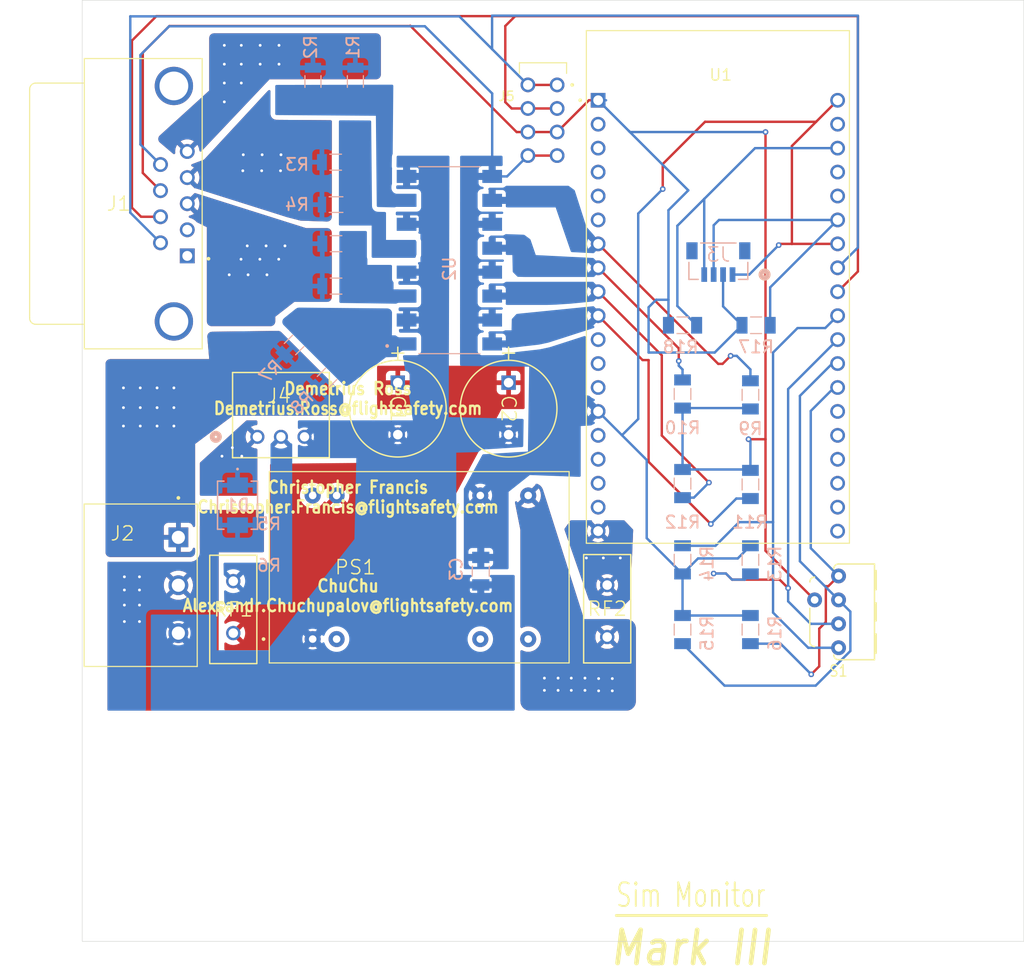
<source format=kicad_pcb>
(kicad_pcb (version 20241229) (generator "pcbnew") (generator_version "9.0")
  (layers (0 "F.Cu" signal) (2 "B.Cu" signal) (13 "F.Paste" user) (15 "B.Paste" user) (5 "F.SilkS" user "F.Silkscreen") (7 "B.SilkS" user "B.Silkscreen") (1 "F.Mask" user) (3 "B.Mask" user) (25 "Edge.Cuts" user))
  (net 0 "")
  (net 1 "-Vin")
  (net 4 "spare")
  (net 5 "ramp_down")
  (net 7 "ramp_up")
  (net 9 "sim_home")
  (net 14 "spare_opto")
  (net 15 "+3.3V")
  (net 16 "GPIO_25")
  (net 17 "GPIO_26")
  (net 18 "GPIO_16")
  (net 19 "ESP_GND2")
  (net 20 "GPIO_17")
  (net 21 "GPIO_4")
  (net 22 "/+VIN")
  (net 36 "GPIO_21")
  (net 41 "GPIO_22")
  (net 44 "+24V")
  (net 46 "GPIO_32")
  (net 47 "GPIO_33")
  (net 48 "GPIO_5")
  (net 49 "ramp_up_opto")
  (net 50 "/ramp_down_opto")
  (net 51 "/sim_home_opto")
  (net 52 "+VIN-dc")
  (net 53 "/+VOUT")
  (net 54 "+VOUT-esp")
  (net 55 "/+24V-Sim")
  (net 56 "GPIO_19")
  (net 57 "GPIO_18")
  (footprint "footprints:DRR3010" (layer "F.Cu") (at 178.8 86.52915 90)
    (property "Reference" "S1")
    (property "Value" "DRR3016")
  )
  (footprint "footprints:MODULE_ESP32-DEVKITC-32D" (layer "F.Cu") (at 166 51.99915)
    (property "Reference" "U1")
    (property "Value" "ESP32-DEVKITC-32D")
  )
  (footprint "footprints:CONN_S3B-EH_JST" (layer "F.Cu") (at 117.1549 67.9551)
    (property "Reference" "J4")
    (property "Value" "S3B-EH")
  )
  (footprint "footprints:ASSMANN_A-DF_09_A_KG-T4S" (layer "F.Cu") (at 109.72 48.755 -90)
    (property "Reference" "J1")
    (property "Value" "A-DF_09_A_KG-T4S")
  )
  (footprint "footprints:PTC_RESET_FUSE" (layer "F.Cu") (at 154.26 89.19915 90)
    (property "Reference" "RF2")
    (property "Value" "~" (hide yes))
  )
  (footprint "footprints:PHOENIX_1770979" (layer "F.Cu") (at 144.95 28.26 -90)
    (property "Reference" "J5")
    (property "Value" "1770979")
  )
  (footprint "footprints:PTC_RESET_FUSE" (layer "F.Cu") (at 114.6 83.2717 -90)
    (property "Reference" "RF1")
    (property "Value" "~" (hide yes))
  )
  (footprint "footprints:PCAP_10x12_5-THRU-ELECT_NCA" (layer "F.Cu") (at 143.8 62.21 -90)
    (property "Reference" "C2")
    (property "Value" "UHE2A470MPD")
  )
  (footprint "footprints:PHOENIX_1757255" (layer "F.Cu") (at 98.775 75.085 -90)
    (property "Reference" "J2")
    (property "Value" "jst-power")
  )
  (footprint "footprints:PCAP_10x12_5-THRU-ELECT_NCA" (layer "F.Cu") (at 132.05 62.21 -90)
    (property "Reference" "C1")
    (property "Value" "UHE2A470MPD")
  )
  (footprint "footprints:CONV_REC5A-2405SW_H2" (layer "F.Cu") (at 134.32 81.79915)
    (property "Reference" "PS1")
    (property "Value" "REC5A-2405SW_H2")
  )
  (footprint "footprints:CONN_BM04B-SRSS-TB_SPK" (layer "B.Cu") (at 166.05 49.316 180)
    (property "Reference" "J3")
    (property "Value" "JST -SM")
  )
  (footprint "footprints:RESC3216X75N" (layer "B.Cu") (at 162.25 56.116)
    (property "Reference" "R18")
    (property "Value" "CR1206-FX-1002ELF")
  )
  (footprint "footprints:RESC3216X75N" (layer "B.Cu") (at 169.45 73.01 90)
    (property "Reference" "R11")
    (property "Value" "CR1206-FX-1002ELF")
  )
  (footprint "footprints:RESC3216X75N" (layer "B.Cu") (at 169.45 81.01 90)
    (property "Reference" "R13")
    (property "Value" "CR1206-FX-1002ELF")
  )
  (footprint "footprints:RESC3115X65N" (layer "B.Cu") (at 125.5 51.96)
    (property "Reference" "R6" (hide yes))
    (property "Value" "CRGH1206J4K7")
  )
  (footprint "footprints:RESC3115X65N" (layer "B.Cu") (at 124.55 61.71 45)
    (property "Reference" "R8")
    (property "Value" "CRGH1206J4K7")
  )
  (footprint "footprints:DO214AASMB_CIP-L" (layer "B.Cu") (at 115.05 75.21 -90)
    (property "Reference" "D1")
    (property "Value" "SS34B-HF")
  )
  (footprint "footprints:RESC3115X65N" (layer "B.Cu") (at 127.55 30.25 -90)
    (property "Reference" "R1")
    (property "Value" "CRGH1206J4K7")
  )
  (footprint "footprints:RESC3115X65N" (layer "B.Cu") (at 125.5 47.46)
    (property "Reference" "R5" (hide yes))
    (property "Value" "CRGH1206J4K7")
  )
  (footprint "footprints:RESC3015X65N" (layer "B.Cu") (at 125.5 43.31)
    (property "Reference" "R4")
    (property "Value" "CRGH1206J4K7")
  )
  (footprint "footprints:RESC3115X65N" (layer "B.Cu") (at 125.46 38.81)
    (property "Reference" "R3")
    (property "Value" "CRGH1206J4K7")
  )
  (footprint "footprints:RESC3216X75N" (layer "B.Cu") (at 170.05 56.116)
    (property "Reference" "R17")
    (property "Value" "CR1206-FX-1002ELF")
  )
  (footprint "footprints:RESC3216X75N" (layer "B.Cu") (at 162.25 63.41 -90)
    (property "Reference" "R10")
    (property "Value" "CR1206-FX-1002ELF")
  )
  (footprint "footprints:SOIC254P1016X460-16N" (layer "B.Cu") (at 137.52 49.21)
    (property "Reference" "U2")
    (property "Value" "LTV-846S")
  )
  (footprint "footprints:RESC3216X75N" (layer "B.Cu") (at 169.45 63.504 -90)
    (property "Reference" "R9")
    (property "Value" "CR1206-FX-1002ELF")
  )
  (footprint "footprints:RESC3216X75N" (layer "B.Cu") (at 162.25 72.916 90)
    (property "Reference" "R12")
    (property "Value" "CR1206-FX-1002ELF")
  )
  (footprint "footprints:RESC3216X75N" (layer "B.Cu") (at 162.25 81.01 -90)
    (property "Reference" "R14")
    (property "Value" "CR1206-FX-1002ELF")
  )
  (footprint "footprints:RESC3216X75N" (layer "B.Cu") (at 169.45 88.41 90)
    (property "Reference" "R16")
    (property "Value" "CR1206-FX-1002ELF")
  )
  (footprint "footprints:RESC3115X65N" (layer "B.Cu") (at 123.05 30.25 -90)
    (property "Reference" "R2")
    (property "Value" "CRGH1206J4K7")
  )
  (footprint "footprints:RESC3216X75N" (layer "B.Cu") (at 162.25 88.41 90)
    (property "Reference" "R15")
    (property "Value" "CR1206-FX-1002ELF")
  )
  (footprint "footprints:CAPC3216X180N" (layer "B.Cu") (at 140.85 82.21 -90)
    (property "Reference" "C3")
    (property "Value" "1000pf/3kV")
  )
  (footprint "footprints:RESC3115X65N" (layer "B.Cu") (at 121.05 58.21 45)
    (property "Reference" "R7")
    (property "Value" "CRGH1206J4K7")
  )
  (gr_line (start 155.225 118.75) (end 171.175 118.75) (stroke (width 0.3)) (layer "F.SilkS"))
  (gr_rect (start 98.575 21.62415) (end 198.45 121.5) (stroke (width 0.05)) (fill no) (layer "Edge.Cuts"))
  (gr_text "Mark III" (at 154.34 124.24 0) (layer "F.SilkS") (effects (font (size 3.5 3) (thickness 0.5) (bold yes) (italic yes)) (justify left bottom)))
  (gr_text "Demetrius Ross\nDemetrius.Ross@flightsafety.com\n\n\n\nChristopher Francis\nChristopher.Francis@flightsafety.com\n\n\n\nChuChu\nAlexsandr.Chuchupalov@flightsafety.com" (at 126.76931 74.356228 0) (layer "F.SilkS") (effects (font (size 1.3 1.15) (thickness 0.25) (bold yes))))
  (gr_text "Sim Monitor" (at 163.125 118.05 0) (layer "F.SilkS") (effects (font (size 2.5 1.75) (thickness 0.2)) (justify bottom)))
  (gr_text "R5\n" (at 118.4 77.2 0) (layer "B.SilkS") (effects (font (size 1.3 1.3) (thickness 0.2)) (justify mirror)))
  (gr_text "R6\n" (at 118.4 81.6 0) (layer "B.SilkS") (effects (font (size 1.3 1.3) (thickness 0.2)) (justify mirror)))
  (via (at 113.65 28.41) (size 0.6) (drill 0.3) (layers "F.Cu" "B.Cu") (net 4))
  (via (at 113.65 30.41) (size 0.6) (drill 0.3) (layers "F.Cu" "B.Cu") (net 4))
  (via (at 119.45 26.41) (size 0.6) (drill 0.3) (layers "F.Cu" "B.Cu") (net 4))
  (via (at 113.65 26.41) (size 0.6) (drill 0.3) (layers "F.Cu" "B.Cu") (net 4))
  (via (at 117.45 28.41) (size 0.6) (drill 0.3) (layers "F.Cu" "B.Cu") (net 4))
  (via (at 113.65 32.41) (size 0.6) (drill 0.3) (layers "F.Cu" "B.Cu") (net 4))
  (via (at 119.45 28.41) (size 0.6) (drill 0.3) (layers "F.Cu" "B.Cu") (net 4))
  (via (at 117.45 26.41) (size 0.6) (drill 0.3) (layers "F.Cu" "B.Cu") (net 4))
  (via (at 115.45 30.41) (size 0.6) (drill 0.3) (layers "F.Cu" "B.Cu") (net 4))
  (via (at 115.45 28.41) (size 0.6) (drill 0.3) (layers "F.Cu" "B.Cu") (net 4))
  (via (at 115.45 26.41) (size 0.6) (drill 0.3) (layers "F.Cu" "B.Cu") (net 4))
  (via (at 119.42 49.11) (size 0.6) (drill 0.3) (layers "F.Cu" "B.Cu") (net 5))
  (via (at 120.08 47.69) (size 0.6) (drill 0.3) (layers "F.Cu" "B.Cu") (net 5))
  (via (at 115.42 49.11) (size 0.6) (drill 0.3) (layers "F.Cu" "B.Cu") (net 5))
  (via (at 118.08 47.69) (size 0.6) (drill 0.3) (layers "F.Cu" "B.Cu") (net 5))
  (via (at 116.17 50.76) (size 0.6) (drill 0.3) (layers "F.Cu" "B.Cu") (net 5))
  (via (at 117.42 49.11) (size 0.6) (drill 0.3) (layers "F.Cu" "B.Cu") (net 5))
  (via (at 116.08 47.69) (size 0.6) (drill 0.3) (layers "F.Cu" "B.Cu") (net 5))
  (via (at 118.17 50.76) (size 0.6) (drill 0.3) (layers "F.Cu" "B.Cu") (net 5))
  (via (at 114.17 50.76) (size 0.6) (drill 0.3) (layers "F.Cu" "B.Cu") (net 5))
  (via (at 119.61 39.72) (size 0.6) (drill 0.3) (layers "F.Cu" "B.Cu") (net 7))
  (via (at 119.66 38.02) (size 0.6) (drill 0.3) (layers "F.Cu" "B.Cu") (net 7))
  (via (at 117.61 39.72) (size 0.6) (drill 0.3) (layers "F.Cu" "B.Cu") (net 7))
  (via (at 115.61 39.72) (size 0.6) (drill 0.3) (layers "F.Cu" "B.Cu") (net 7))
  (via (at 115.66 38.02) (size 0.6) (drill 0.3) (layers "F.Cu" "B.Cu") (net 7))
  (via (at 117.66 38.02) (size 0.6) (drill 0.3) (layers "F.Cu" "B.Cu") (net 7))
  (via (at 102.95 64.86) (size 0.6) (drill 0.3) (layers "F.Cu" "B.Cu") (net 9))
  (via (at 102.95 66.81) (size 0.6) (drill 0.3) (layers "F.Cu" "B.Cu") (net 9))
  (via (at 108.3 66.81) (size 0.6) (drill 0.3) (layers "F.Cu" "B.Cu") (net 9))
  (via (at 104.733333 64.86) (size 0.6) (drill 0.3) (layers "F.Cu" "B.Cu") (net 9))
  (via (at 104.733333 66.81) (size 0.6) (drill 0.3) (layers "F.Cu" "B.Cu") (net 9))
  (via (at 108.3 62.76) (size 0.6) (drill 0.3) (layers "F.Cu" "B.Cu") (net 9))
  (via (at 104.733333 62.76) (size 0.6) (drill 0.3) (layers "F.Cu" "B.Cu") (net 9))
  (via (at 108.3 64.86) (size 0.6) (drill 0.3) (layers "F.Cu" "B.Cu") (net 9))
  (via (at 106.516667 66.81) (size 0.6) (drill 0.3) (layers "F.Cu" "B.Cu") (net 9))
  (via (at 106.516667 62.76) (size 0.6) (drill 0.3) (layers "F.Cu" "B.Cu") (net 9))
  (via (at 102.95 62.76) (size 0.6) (drill 0.3) (layers "F.Cu" "B.Cu") (net 9))
  (via (at 106.516667 64.86) (size 0.6) (drill 0.3) (layers "F.Cu" "B.Cu") (net 9))
  (segment (start 145.85 35.61) (end 148.95 35.61) (width 0.254) (layer "F.Cu") (net 15))
  (segment (start 144.65 35.61) (end 133.375 24.335) (width 0.254) (layer "F.Cu") (net 15))
  (segment (start 105 27.185) (end 105 39.95) (width 0.254) (layer "F.Cu") (net 15))
  (segment (start 145.85 35.61) (end 144.65 35.61) (width 0.254) (layer "F.Cu") (net 15))
  (segment (start 153.3 32.23915) (end 152.32085 32.23915) (width 0.254) (layer "F.Cu") (net 15))
  (segment (start 133.35 24.36) (end 107.825 24.36) (width 0.254) (layer "F.Cu") (net 15))
  (segment (start 133.375 24.335) (end 133.35 24.36) (width 0.254) (layer "F.Cu") (net 15))
  (segment (start 171.05 80.04915) (end 171.05 68.21) (width 0.254) (layer "F.Cu") (net 15))
  (segment (start 176.26 85.25915) (end 171.05 80.04915) (width 0.254) (layer "F.Cu") (net 15))
  (segment (start 171.05 68.21) (end 169.25 68.21) (width 0.254) (layer "F.Cu") (net 15))
  (segment (start 105 39.95) (end 106.88 41.83) (width 0.254) (layer "F.Cu") (net 15))
  (segment (start 152.32085 32.23915) (end 148.95 35.61) (width 0.254) (layer "F.Cu") (net 15))
  (segment (start 171.05 68.21) (end 171.05 35.61) (width 0.254) (layer "F.Cu") (net 15))
  (segment (start 107.825 24.36) (end 105 27.185) (width 0.254) (layer "F.Cu") (net 15))
  (via (at 169.25 68.21) (size 0.6) (drill 0.3) (layers "F.Cu" "B.Cu") (net 15))
  (via (at 171.05 35.61) (size 0.6) (drill 0.3) (layers "F.Cu" "B.Cu") (net 15))
  (segment (start 169.45 68.41) (end 169.45 71.516) (width 0.254) (layer "B.Cu") (net 15))
  (segment (start 154.140301 32.23915) (end 153.3 32.23915) (width 0.254) (layer "B.Cu") (net 15))
  (segment (start 160.756 43.904) (end 160.756 53.41) (width 0.254) (layer "B.Cu") (net 15))
  (segment (start 160.756 53.41) (end 159.45 53.41) (width 0.254) (layer "B.Cu") (net 15))
  (segment (start 165.662 59.01) (end 158.65 59.01) (width 0.254) (layer "B.Cu") (net 15))
  (segment (start 169.356 71.422) (end 169.45 71.516) (width 0.254) (layer "B.Cu") (net 15))
  (segment (start 158.65 54.21) (end 158.65 59.01) (width 0.254) (layer "B.Cu") (net 15))
  (segment (start 159.45 53.41) (end 158.65 54.21) (width 0.254) (layer "B.Cu") (net 15))
  (segment (start 168.556 56.116) (end 165.662 59.01) (width 0.254) (layer "B.Cu") (net 15))
  (segment (start 156.560425 35.499575) (end 153.3 32.23915) (width 0.254) (layer "B.Cu") (net 15))
  (segment (start 162.860425 41.799575) (end 156.560425 35.499575) (width 0.254) (layer "B.Cu") (net 15))
  (segment (start 169.356 64.904) (end 169.45 64.998) (width 0.254) (layer "B.Cu") (net 15))
  (segment (start 162.25 71.422) (end 169.356 71.422) (width 0.254) (layer "B.Cu") (net 15))
  (segment (start 171.05 35.61) (end 156.67085 35.61) (width 0.254) (layer "B.Cu") (net 15))
  (segment (start 162.25 64.904) (end 169.356 64.904) (width 0.254) (layer "B.Cu") (net 15))
  (segment (start 162.25 64.904) (end 162.25 71.422) (width 0.254) (layer "B.Cu") (net 15))
  (segment (start 169.25 68.21) (end 169.45 68.41) (width 0.254) (layer "B.Cu") (net 15))
  (segment (start 168.556 56.116) (end 166.549999 54.109999) (width 0.254) (layer "B.Cu") (net 15))
  (segment (start 156.67085 35.61) (end 156.560425 35.499575) (width 0.254) (layer "B.Cu") (net 15))
  (segment (start 166.549999 54.109999) (end 166.549999 50.7376) (width 0.254) (layer "B.Cu") (net 15))
  (segment (start 160.756 53.41) (end 160.756 56.116) (width 0.254) (layer "B.Cu") (net 15))
  (segment (start 162.860425 41.799575) (end 160.756 43.904) (width 0.254) (layer "B.Cu") (net 15))
  (segment (start 165.05 72.81) (end 160.05 67.81) (width 0.254) (layer "F.Cu") (net 16))
  (segment (start 160.05 59.30915) (end 153.3 52.55915) (width 0.254) (layer "F.Cu") (net 16))
  (segment (start 160.05 67.81) (end 160.05 59.30915) (width 0.254) (layer "F.Cu") (net 16))
  (via (at 165.05 72.81) (size 0.6) (drill 0.3) (layers "F.Cu" "B.Cu") (net 16))
  (segment (start 163.45 74.41) (end 165.05 72.81) (width 0.254) (layer "B.Cu") (net 16))
  (segment (start 162.25 74.41) (end 163.45 74.41) (width 0.254) (layer "B.Cu") (net 16))
  (segment (start 158.01085 59.81) (end 153.3 55.09915) (width 0.254) (layer "F.Cu") (net 17))
  (segment (start 158.65 70.61) (end 158.65 59.81) (width 0.254) (layer "F.Cu") (net 17))
  (segment (start 165.25 77.21) (end 158.65 70.61) (width 0.254) (layer "F.Cu") (net 17))
  (segment (start 158.65 59.81) (end 158.01085 59.81) (width 0.254) (layer "F.Cu") (net 17))
  (via (at 165.25 77.21) (size 0.6) (drill 0.3) (layers "F.Cu" "B.Cu") (net 17))
  (segment (start 167.956 74.504) (end 165.25 77.21) (width 0.254) (layer "B.Cu") (net 17))
  (segment (start 169.45 74.504) (end 167.956 74.504) (width 0.254) (layer "B.Cu") (net 17))
  (segment (start 162.25 89.904) (end 166.706 94.36) (width 0.254) (layer "B.Cu") (net 18))
  (segment (start 178.13085 60.17915) (end 178.7 60.17915) (width 0.254) (layer "B.Cu") (net 18))
  (segment (start 174.7 63.61) (end 178.13085 60.17915) (width 0.254) (layer "B.Cu") (net 18))
  (segment (start 174.7 81.15915) (end 174.7 63.61) (width 0.254) (layer "B.Cu") (net 18))
  (segment (start 178.8 85.25915) (end 174.7 81.15915) (width 0.254) (layer "B.Cu") (net 18))
  (segment (start 180.05 86.50915) (end 178.8 85.25915) (width 0.254) (layer "B.Cu") (net 18))
  (segment (start 166.706 94.36) (end 176.372 94.36) (width 0.254) (layer "B.Cu") (net 18))
  (segment (start 176.372 94.36) (end 180.05 90.682) (width 0.254) (layer "B.Cu") (net 18))
  (segment (start 180.05 90.682) (end 180.05 86.50915) (width 0.254) (layer "B.Cu") (net 18))
  (segment (start 160.15 39.01) (end 164.635425 34.524575) (width 0.254) (layer "F.Cu") (net 19))
  (segment (start 160.15 41.66) (end 160.15 39.01) (width 0.254) (layer "F.Cu") (net 19))
  (segment (start 172.58085 47.47915) (end 173.85 47.47915) (width 0.254) (layer "F.Cu") (net 19))
  (segment (start 176.414575 34.524575) (end 178.7 32.23915) (width 0.254) (layer "F.Cu") (net 19))
  (segment (start 164.635425 34.524575) (end 176.414575 34.524575) (width 0.254) (layer "F.Cu") (net 19))
  (segment (start 172.45 47.61) (end 172.58085 47.47915) (width 0.254) (layer "F.Cu") (net 19))
  (segment (start 173.85 47.47915) (end 173.85 37.08915) (width 0.254) (layer "F.Cu") (net 19))
  (segment (start 145.85 38.11) (end 148.95 38.11) (width 0.254) (layer "F.Cu") (net 19))
  (segment (start 173.85 37.08915) (end 176.414575 34.524575) (width 0.254) (layer "F.Cu") (net 19))
  (segment (start 173.85 47.47915) (end 178.7 47.47915) (width 0.254) (layer "F.Cu") (net 19))
  (via (at 172.45 47.61) (size 0.6) (drill 0.3) (layers "F.Cu" "B.Cu") (net 19))
  (via (at 160.15 41.66) (size 0.6) (drill 0.3) (layers "F.Cu" "B.Cu") (net 19))
  (segment (start 155.825425 67.784575) (end 153.3 65.25915) (width 0.254) (layer "B.Cu") (net 19))
  (segment (start 158.45 78.704) (end 158.45 70.40915) (width 0.254) (layer "B.Cu") (net 19))
  (segment (start 158.45 70.40915) (end 155.825425 67.784575) (width 0.254) (layer "B.Cu") (net 19))
  (segment (start 168.106 80.86) (end 169.45 79.516) (width 0.254) (layer "B.Cu") (net 19))
  (segment (start 104.75 27.435) (end 104.75 36.93) (width 0.254) (layer "B.Cu") (net 19))
  (segment (start 142.06 31.52) (end 134.925 24.385) (width 0.254) (layer "B.Cu") (net 19))
  (segment (start 104.75 36.93) (end 106.88 39.06) (width 0.254) (layer "B.Cu") (net 19))
  (segment (start 107.8 24.385) (end 104.75 27.435) (width 0.254) (layer "B.Cu") (net 19))
  (segment (start 134.925 24.385) (end 107.8 24.385) (width 0.254) (layer "B.Cu") (net 19))
  (segment (start 163.894 80.86) (end 168.106 80.86) (width 0.254) (layer "B.Cu") (net 19))
  (segment (start 162.25 86.916) (end 169.45 86.916) (width 0.254) (layer "B.Cu") (net 19))
  (segment (start 162.25 82.504) (end 158.45 78.704) (width 0.254) (layer "B.Cu") (net 19))
  (segment (start 169.3224 50.7376) (end 172.45 47.61) (width 0.254) (layer "B.Cu") (net 19))
  (segment (start 143.64 40.32) (end 145.85 38.11) (width 0.254) (layer "B.Cu") (net 19))
  (segment (start 160.15 41.66) (end 157.55 44.26) (width 0.254) (layer "B.Cu") (net 19))
  (segment (start 157.55 66.06) (end 155.825425 67.784575) (width 0.254) (layer "B.Cu") (net 19))
  (segment (start 167.55 50.7376) (end 169.3224 50.7376) (width 0.254) (layer "B.Cu") (net 19))
  (segment (start 162.25 82.504) (end 163.894 80.86) (width 0.254) (layer "B.Cu") (net 19))
  (segment (start 142.06 40.32) (end 143.64 40.32) (width 0.254) (layer "B.Cu") (net 19))
  (segment (start 142.06 40.32) (end 142.06 31.52) (width 0.254) (layer "B.Cu") (net 19))
  (segment (start 162.25 86.916) (end 162.25 82.504) (width 0.254) (layer "B.Cu") (net 19))
  (segment (start 157.55 44.26) (end 157.55 66.06) (width 0.254) (layer "B.Cu") (net 19))
  (segment (start 166.85 82.46) (end 167.5 83.11) (width 0.254) (layer "F.Cu") (net 20))
  (segment (start 165.55 82.46) (end 166.85 82.46) (width 0.254) (layer "F.Cu") (net 20))
  (segment (start 167.5 83.11) (end 172.55 83.11) (width 0.254) (layer "F.Cu") (net 20))
  (segment (start 172.55 83.11) (end 173.45 84.01) (width 0.254) (layer "F.Cu") (net 20))
  (via (at 173.45 84.01) (size 0.6) (drill 0.3) (layers "F.Cu" "B.Cu") (net 20))
  (via (at 165.55 82.46) (size 0.6) (drill 0.3) (layers "F.Cu" "B.Cu") (net 20))
  (segment (start 173.45 84.01) (end 173.45 85.41) (width 0.254) (layer "B.Cu") (net 20))
  (segment (start 173.45 85.41) (end 175.83915 87.79915) (width 0.254) (layer "B.Cu") (net 20))
  (segment (start 173.45 84.01) (end 173.45 62.88915) (width 0.254) (layer "B.Cu") (net 20))
  (segment (start 168.844 83.11) (end 169.45 82.504) (width 0.254) (layer "B.Cu") (net 20))
  (segment (start 167.5 83.11) (end 168.844 83.11) (width 0.254) (layer "B.Cu") (net 20))
  (segment (start 175.83915 87.79915) (end 178.8 87.79915) (width 0.254) (layer "B.Cu") (net 20))
  (segment (start 165.55 82.46) (end 166.85 82.46) (width 0.254) (layer "B.Cu") (net 20))
  (segment (start 166.85 82.46) (end 167.5 83.11) (width 0.254) (layer "B.Cu") (net 20))
  (segment (start 173.45 62.88915) (end 178.7 57.63915) (width 0.254) (layer "B.Cu") (net 20))
  (segment (start 175.9 93.16) (end 176.75 92.31) (width 0.254) (layer "F.Cu") (net 21))
  (segment (start 177.70915 83.81) (end 178.8 82.71915) (width 0.254) (layer "F.Cu") (net 21))
  (segment (start 176.75 92.31) (end 176.75 88.31) (width 0.254) (layer "F.Cu") (net 21))
  (segment (start 177.45 87.61) (end 177.45 83.81) (width 0.254) (layer "F.Cu") (net 21))
  (segment (start 176.75 88.31) (end 177.45 87.61) (width 0.254) (layer "F.Cu") (net 21))
  (segment (start 177.45 83.81) (end 177.70915 83.81) (width 0.254) (layer "F.Cu") (net 21))
  (via (at 175.9 93.16) (size 0.6) (drill 0.3) (layers "F.Cu" "B.Cu") (net 21))
  (segment (start 178.8 82.71915) (end 175.85 79.76915) (width 0.254) (layer "B.Cu") (net 21))
  (segment (start 178.34085 62.71915) (end 178.7 62.71915) (width 0.254) (layer "B.Cu") (net 21))
  (segment (start 172.644 89.904) (end 175.9 93.16) (width 0.254) (layer "B.Cu") (net 21))
  (segment (start 175.85 65.21) (end 178.34085 62.71915) (width 0.254) (layer "B.Cu") (net 21))
  (segment (start 169.45 89.904) (end 172.644 89.904) (width 0.254) (layer "B.Cu") (net 21))
  (segment (start 175.85 79.76915) (end 175.85 65.21) (width 0.254) (layer "B.Cu") (net 21))
  (segment (start 171.544 52.09515) (end 178.7 44.93915) (width 0.254) (layer "B.Cu") (net 36))
  (segment (start 166.12085 44.93915) (end 178.7 44.93915) (width 0.254) (layer "B.Cu") (net 36))
  (segment (start 165.550001 45.509999) (end 166.12085 44.93915) (width 0.254) (layer "B.Cu") (net 36))
  (segment (start 171.544 56.116) (end 171.544 52.09515) (width 0.254) (layer "B.Cu") (net 36))
  (segment (start 165.550001 50.7376) (end 165.550001 45.509999) (width 0.254) (layer "B.Cu") (net 36))
  (segment (start 161.7 45.56) (end 164.55 42.71) (width 0.254) (layer "B.Cu") (net 41))
  (segment (start 164.55 42.71) (end 169.94085 37.31915) (width 0.254) (layer "B.Cu") (net 41))
  (segment (start 164.55 50.7376) (end 164.55 42.71) (width 0.254) (layer "B.Cu") (net 41))
  (segment (start 161.7 54.072) (end 161.7 45.56) (width 0.254) (layer "B.Cu") (net 41))
  (segment (start 163.744 56.116) (end 161.7 54.072) (width 0.254) (layer "B.Cu") (net 41))
  (segment (start 169.94085 37.31915) (end 178.7 37.31915) (width 0.254) (layer "B.Cu") (net 41))
  (via (at 114.5 69.11) (size 0.6) (drill 0.3) (layers "F.Cu" "B.Cu") (net 44))
  (via (at 113.4 70.01) (size 0.6) (drill 0.3) (layers "F.Cu" "B.Cu") (net 44))
  (via (at 115.5 70.01) (size 0.6) (drill 0.3) (layers "F.Cu" "B.Cu") (net 44))
  (segment (start 167.35 59.36) (end 166.5 60.21) (width 0.254) (layer "F.Cu") (net 46))
  (segment (start 166.5 60.21) (end 166.03085 60.21) (width 0.254) (layer "F.Cu") (net 46))
  (segment (start 166.03085 60.21) (end 153.3 47.47915) (width 0.254) (layer "F.Cu") (net 46))
  (via (at 167.35 59.36) (size 0.6) (drill 0.3) (layers "F.Cu" "B.Cu") (net 46))
  (segment (start 168 59.36) (end 169.45 60.81) (width 0.254) (layer "B.Cu") (net 46))
  (segment (start 167.35 59.36) (end 168 59.36) (width 0.254) (layer "B.Cu") (net 46))
  (segment (start 169.45 60.81) (end 169.45 62.01) (width 0.254) (layer "B.Cu") (net 46))
  (segment (start 161.85 59.91) (end 161.85 58.56915) (width 0.254) (layer "F.Cu") (net 47))
  (segment (start 161.85 58.56915) (end 153.3 50.01915) (width 0.254) (layer "F.Cu") (net 47))
  (via (at 161.85 59.91) (size 0.6) (drill 0.3) (layers "F.Cu" "B.Cu") (net 47))
  (segment (start 161.85 60.41) (end 162.25 60.81) (width 0.254) (layer "B.Cu") (net 47))
  (segment (start 161.85 59.91) (end 161.85 60.41) (width 0.254) (layer "B.Cu") (net 47))
  (segment (start 162.25 60.81) (end 162.25 61.916) (width 0.254) (layer "B.Cu") (net 47))
  (segment (start 178.8 90.33915) (end 178.59 90.54915) (width 0.254) (layer "F.Cu") (net 48))
  (segment (start 162.25 79.516) (end 165.744 79.516) (width 0.254) (layer "B.Cu") (net 48))
  (segment (start 165.744 79.516) (end 168.25 77.01) (width 0.254) (layer "B.Cu") (net 48))
  (segment (start 174.45 56.41) (end 177.38915 56.41) (width 0.254) (layer "B.Cu") (net 48))
  (segment (start 177.38915 56.41) (end 178.7 55.09915) (width 0.254) (layer "B.Cu") (net 48))
  (segment (start 171.85 77.01) (end 171.85 59.01) (width 0.254) (layer "B.Cu") (net 48))
  (segment (start 171.85 86.61) (end 175.57915 90.33915) (width 0.254) (layer "B.Cu") (net 48))
  (segment (start 171.85 59.01) (end 174.45 56.41) (width 0.254) (layer "B.Cu") (net 48))
  (segment (start 171.85 77.01) (end 171.85 86.61) (width 0.254) (layer "B.Cu") (net 48))
  (segment (start 175.57915 90.33915) (end 178.8 90.33915) (width 0.254) (layer "B.Cu") (net 48))
  (segment (start 168.25 77.01) (end 171.85 77.01) (width 0.254) (layer "B.Cu") (net 48))
  (via (at 151.9 93.56) (size 0.6) (drill 0.3) (layers "F.Cu" "B.Cu") (net 53))
  (via (at 151.9 94.86) (size 0.6) (drill 0.3) (layers "F.Cu" "B.Cu") (net 53))
  (via (at 149.05 93.56) (size 0.6) (drill 0.3) (layers "F.Cu" "B.Cu") (net 53))
  (via (at 147.6 93.56) (size 0.6) (drill 0.3) (layers "F.Cu" "B.Cu") (net 53))
  (via (at 154.8 94.91) (size 0.6) (drill 0.3) (layers "F.Cu" "B.Cu") (net 53))
  (via (at 147.6 94.86) (size 0.6) (drill 0.3) (layers "F.Cu" "B.Cu") (net 53))
  (via (at 153.35 93.61) (size 0.6) (drill 0.3) (layers "F.Cu" "B.Cu") (net 53))
  (via (at 150.45 93.56) (size 0.6) (drill 0.3) (layers "F.Cu" "B.Cu") (net 53))
  (via (at 153.35 94.91) (size 0.6) (drill 0.3) (layers "F.Cu" "B.Cu") (net 53))
  (via (at 154.8 93.61) (size 0.6) (drill 0.3) (layers "F.Cu" "B.Cu") (net 53))
  (via (at 149.05 94.86) (size 0.6) (drill 0.3) (layers "F.Cu" "B.Cu") (net 53))
  (via (at 150.45 94.86) (size 0.6) (drill 0.3) (layers "F.Cu" "B.Cu") (net 53))
  (via (at 153.85 80.81) (size 0.6) (drill 0.3) (layers "F.Cu" "B.Cu") (net 54))
  (via (at 155.65 80.81) (size 0.6) (drill 0.3) (layers "F.Cu" "B.Cu") (net 54))
  (via (at 152.05 80.81) (size 0.6) (drill 0.3) (layers "F.Cu" "B.Cu") (net 54))
  (via (at 103.05 85.81) (size 0.6) (drill 0.3) (layers "F.Cu" "B.Cu") (net 55))
  (via (at 103.05 87.56) (size 0.6) (drill 0.3) (layers "F.Cu" "B.Cu") (net 55))
  (via (at 103.05 82.81) (size 0.6) (drill 0.3) (layers "F.Cu" "B.Cu") (net 55))
  (via (at 104.65 87.56) (size 0.6) (drill 0.3) (layers "F.Cu" "B.Cu") (net 55))
  (via (at 104.65 82.81) (size 0.6) (drill 0.3) (layers "F.Cu" "B.Cu") (net 55))
  (via (at 103.05 84.21) (size 0.6) (drill 0.3) (layers "F.Cu" "B.Cu") (net 55))
  (via (at 104.65 84.21) (size 0.6) (drill 0.3) (layers "F.Cu" "B.Cu") (net 55))
  (via (at 104.65 85.81) (size 0.6) (drill 0.3) (layers "F.Cu" "B.Cu") (net 55))
  (segment (start 145.85 30.61) (end 148.95 30.61) (width 0.254) (layer "F.Cu") (net 56))
  (segment (start 142.05 23.26) (end 180.85 23.26) (width 0.254) (layer "B.Cu") (net 56))
  (segment (start 138.575 23.335) (end 103.675 23.335) (width 0.254) (layer "B.Cu") (net 56))
  (segment (start 180.85 23.26) (end 180.85 47.86915) (width 0.254) (layer "B.Cu") (net 56))
  (segment (start 142.05 23.26) (end 142.05 26.81) (width 0.254) (layer "B.Cu") (net 56))
  (segment (start 103.675 23.335) (end 103.675 44.165) (width 0.254) (layer "B.Cu") (net 56))
  (segment (start 142.05 26.81) (end 145.85 30.61) (width 0.254) (layer "B.Cu") (net 56))
  (segment (start 180.85 47.86915) (end 178.7 50.01915) (width 0.254) (layer "B.Cu") (net 56))
  (segment (start 103.675 44.165) (end 106.88 47.37) (width 0.254) (layer "B.Cu") (net 56))
  (segment (start 142.05 26.81) (end 138.575 23.335) (width 0.254) (layer "B.Cu") (net 56))
  (segment (start 103.85 25.91) (end 103.85 43.635) (width 0.254) (layer "F.Cu") (net 57))
  (segment (start 180.85 23.31) (end 144.5 23.31) (width 0.254) (layer "F.Cu") (net 57))
  (segment (start 145.85 33.11) (end 148.95 33.11) (width 0.254) (layer "F.Cu") (net 57))
  (segment (start 143.45 24.36) (end 143.45 32.435) (width 0.254) (layer "F.Cu") (net 57))
  (segment (start 106.45 23.31) (end 103.85 25.91) (width 0.254) (layer "F.Cu") (net 57))
  (segment (start 144.5 23.31) (end 143.45 24.36) (width 0.254) (layer "F.Cu") (net 57))
  (segment (start 178.7 52.55915) (end 180.85 50.40915) (width 0.254) (layer "F.Cu") (net 57))
  (segment (start 104.815 44.6) (end 106.88 44.6) (width 0.254) (layer "F.Cu") (net 57))
  (segment (start 144.5 23.31) (end 106.45 23.31) (width 0.254) (layer "F.Cu") (net 57))
  (segment (start 143.45 32.435) (end 144.125 33.11) (width 0.254) (layer "F.Cu") (net 57))
  (segment (start 144.125 33.11) (end 145.85 33.11) (width 0.254) (layer "F.Cu") (net 57))
  (segment (start 103.85 43.635) (end 104.815 44.6) (width 0.254) (layer "F.Cu") (net 57))
  (segment (start 180.85 50.40915) (end 180.85 23.31) (width 0.254) (layer "F.Cu") (net 57))
  (zone (net 22) (net_name "/+VIN") (layer "F.Cu") (name "24") (priority 12) (connect_pads (clearance 0.5)) (min_thickness 0.25) (fill yes (thermal_gap 0.5) (thermal_bridge_width 0.5))
    (polygon (pts (xy 118.5 81.31) (xy 113.65 87.519395) (xy 113.65 90.61) (xy 119.09 90.61) (xy 130.29 82.61) (xy 138.15 82.61) (xy 138.15 74.134138) (xy 143.05 65.01) (xy 145.5 65.01) (xy 145.5 60.41) (xy 129.85 60.41) (xy 129.85 65.01) (xy 134.85 65.01) (xy 134.85 70.66) (xy 118.5 70.81)))
  )
  (zone (net 5) (net_name "ramp_down") (layers "F.Cu" "B.Cu") (priority 8) (connect_pads (clearance 0.5)) (min_thickness 0.25) (fill yes (thermal_gap 0.5) (thermal_bridge_width 0.5) (smoothing fillet) (radius 0.5))
    (polygon (pts (xy 125.05 45.81) (xy 125.05 53.635) (xy 121.075 53.635) (xy 119.05 55.21) (xy 119.05 56.21) (xy 111.8 56.21) (xy 111.8 45.71) (xy 108.3 43.96) (xy 109.077777 41.626668) (xy 122.324999 45.81)))
  )
  (zone (net 51) (net_name "/sim_home_opto") (layers "F.Cu" "B.Cu") (priority 4) (connect_pads yes (clearance 0.5)) (min_thickness 0.25) (fill yes (thermal_gap 0.5) (thermal_bridge_width 0.75) (smoothing fillet) (radius 0.5))
    (polygon (pts (xy 126.55 62.71) (xy 119.55 55.71) (xy 121.390077 54.237939) (xy 131.448564 54.334268) (xy 131.425 57.185) (xy 134.05 57.227084) (xy 134.05 59.423333) (xy 130.8 59.51)))
  )
  (zone (net 7) (net_name "ramp_up") (layers "F.Cu" "B.Cu") (priority 6) (connect_pads (clearance 0.5)) (min_thickness 0.25) (fill yes (thermal_gap 0.5) (thermal_bridge_width 0.5) (smoothing fillet) (radius 0.5))
    (polygon (pts (xy 109.05 39.46) (xy 108.55 40.71) (xy 109.05 41.71) (xy 121.725 45.01) (xy 125.05 45.128251) (xy 125.05 31.11) (xy 118.385571 31.11) (xy 111.500251 38.541156)))
  )
  (zone (net 44) (net_name "+24V") (layers "F.Cu" "B.Cu") (name "24") (connect_pads (clearance 0.5)) (min_thickness 0.25) (fill yes (thermal_gap 0.5) (thermal_bridge_width 0.5))
    (polygon (pts (xy 111.05 74.21) (xy 111.05 70.71) (xy 116.55 65.71) (xy 117.15 65.71) (xy 117.15 74.21)))
  )
  (zone (net 55) (net_name "/+24V-Sim") (layers "F.Cu" "B.Cu") (priority 1) (connect_pads (clearance 0.5)) (min_thickness 0.25) (fill yes (thermal_gap 0.5) (thermal_bridge_width 0.5))
    (polygon (pts (xy 101.25 80.81) (xy 101.25 97.01) (xy 107.25 97.01) (xy 113.05 97.01) (xy 113.05 80.21) (xy 117.85 80.21) (xy 117.85 75.71) (xy 111.05 75.71) (xy 111.05 80.377647)))
  )
  (zone (net 53) (net_name "/+VOUT") (layers "F.Cu" "B.Cu") (name "ramp_down") (priority 7) (connect_pads (clearance 0.5)) (min_thickness 0.25) (fill yes (thermal_gap 0.5) (thermal_bridge_width 0.5) (smoothing fillet) (radius 1))
    (polygon (pts (xy 144.376923 74.429231) (xy 145.05 77.81) (xy 145.054282 97.009926) (xy 157.3 97.01) (xy 157.3 87.29915) (xy 151.8 87.29915) (xy 147.012389 72.21) (xy 144.45 74.21)))
  )
  (zone (net 9) (net_name "sim_home") (layers "F.Cu" "B.Cu") (priority 3) (connect_pads (clearance 0.5)) (min_thickness 0.25) (fill yes (thermal_gap 0.5) (thermal_bridge_width 0.5) (smoothing fillet) (radius 0.5))
    (polygon (pts (xy 101.05 80.71) (xy 101.05 59.71) (xy 112.05 59.71) (xy 111.8 56.81) (xy 119.55 56.71) (xy 126.25 63.41) (xy 126.25 65.71) (xy 114.55 65.71) (xy 110.55 68.71) (xy 110.55 80.71)))
  )
  (zone (net 54) (net_name "+VOUT-esp") (layers "F.Cu" "B.Cu") (priority 15) (connect_pads (clearance 0.5)) (min_thickness 0.25) (fill yes (thermal_gap 0.4) (thermal_bridge_width 0.5) (smoothing chamfer) (radius 1))
    (polygon (pts (xy 152.65 86.21) (xy 149.380434 76.81) (xy 157.058695 76.81) (xy 156.65 86.21)))
  )
  (zone (net 4) (net_name "spare") (layers "F.Cu" "B.Cu") (priority 5) (connect_pads (clearance 0.5)) (min_thickness 0.25) (fill yes (thermal_gap 0.5) (thermal_bridge_width 0.5) (smoothing fillet) (radius 0.5))
    (polygon (pts (xy 109.16 38.71) (xy 106.385965 36.359123) (xy 112.05 31.21) (xy 112.05 25.135) (xy 130.25 25.135) (xy 130.25 30.01) (xy 118.45 30.01) (xy 110.216666 38.71)))
  )
  (zone (net 50) (net_name "/ramp_down_opto") (layers "F.Cu" "B.Cu") (priority 9) (connect_pads yes (clearance 0.5)) (min_thickness 0.25) (fill yes (thermal_gap 0.5) (thermal_bridge_width 0.5))
    (polygon (pts (xy 125.85 53.747436) (xy 125.85 46.11) (xy 128.825 46.11) (xy 128.825 49.71) (xy 131.6 49.71) (xy 131.6 52.31) (xy 134.0303 52.31) (xy 133.983482 53.855002)))
  )
  (zone (net 14) (net_name "spare_opto") (layers "F.Cu" "B.Cu") (priority 11) (connect_pads yes (clearance 0.5)) (min_thickness 0.25) (fill yes (thermal_gap 0.4) (thermal_bridge_width 0.5))
    (polygon (pts (xy 119.05 33.81) (xy 129.725 33.885) (xy 129.81931 43.566228) (xy 134.25 43.66) (xy 134.275 41.985) (xy 131.5 41.885) (xy 131.5 38.76) (xy 131.575 30.585) (xy 119.05 30.61)))
  )
  (zone (net 0) (net_name "") (layers "F.Cu" "B.Cu") (name "ESP_Antenna") (connect_pads (clearance 0)) (min_thickness 0.25)
    (keepout (tracks not_allowed) (vias not_allowed) (pads not_allowed) (copperpour not_allowed) (footprints allowed))
    (fill (thermal_gap 0.4) (thermal_bridge_width 0.5))
    (polygon (pts (xy 155.85 31.41) (xy 155.85 24.81) (xy 176.45 24.81) (xy 176.45 31.41)))
  )
  (zone (net 19) (net_name "ESP_GND2") (layer "B.Cu") (priority 14) (connect_pads (clearance 0.5)) (min_thickness 0.25) (fill yes (thermal_gap 0.4) (thermal_bridge_width 0.75))
    (polygon (pts (xy 139.05 82.01) (xy 139.05 73.467142) (xy 141.05 69.81) (xy 145.85 69.51) (xy 145.980684 60.5134) (xy 138.648265 60.424596) (xy 138.66 38.12) (xy 143.16 38.12) (xy 143.2 41.41) (xy 143.35 52.96) (xy 143.35 53.16) (xy 143.35 56.71) (xy 152 57.194027) (xy 151.990464 63.535987) (xy 153.4 63.754366) (xy 153.4 66.701666) (xy 151.45 66.81) (xy 151.45 72.21) (xy 146.05 72.01) (xy 143.8 73.79915) (xy 143.8 82.01)))
  )
  (zone (net 16) (net_name "GPIO_25") (layer "B.Cu") (priority 18) (connect_pads (clearance 0.5)) (min_thickness 0.25) (fill yes (thermal_gap 0.4) (thermal_bridge_width 0.75) (smoothing chamfer) (radius 0.5))
    (polygon (pts (xy 141.5 51.5) (xy 153.65099 51.5) (xy 153.632 53.61) (xy 148.35 53.96) (xy 141.5 53.96)))
  )
  (zone (net 52) (net_name "+VIN-dc") (layer "B.Cu") (name "24") (priority 2) (connect_pads (clearance 0.5)) (min_thickness 0.25) (fill yes (thermal_gap 0.5) (thermal_bridge_width 0.5))
    (polygon (pts (xy 118.55 67.51) (xy 118.55 81.31) (xy 113.561765 81.31) (xy 113.65 85.81) (xy 120.85 85.712703) (xy 120.85 67.51)))
  )
  (zone (net 46) (net_name "GPIO_32") (layer "B.Cu") (priority 16) (connect_pads (clearance 0.5)) (min_thickness 0.25) (fill yes (thermal_gap 0.4) (thermal_bridge_width 0.75) (smoothing chamfer) (radius 0.5))
    (polygon (pts (xy 141.45 41.31) (xy 150.657882 41.31) (xy 152.05 45.660601) (xy 153.25 47.01) (xy 153.763253 49.21) (xy 153.05 49.21) (xy 150.65 49.01) (xy 148.790984 43.61) (xy 141.45 43.61)))
  )
  (zone (net 1) (net_name "-Vin") (layer "B.Cu") (name "-Vin") (priority 13) (connect_pads (clearance 0.5)) (min_thickness 0.25) (fill yes (thermal_gap 0.25) (thermal_bridge_width 0.75))
    (polygon (pts (xy 105.85 86.81) (xy 112.85 86.81) (xy 112.85 90.61) (xy 118.45 90.61) (xy 118.45 90.273159) (xy 127.45 78.81) (xy 127.65 70.21) (xy 121.45 70.214348) (xy 121.45 66.207333) (xy 133.65 66.21) (xy 132.15 56.56) (xy 132.1 49.41) (xy 134.45 49.41) (xy 134.45 46.41) (xy 131.8 46.41) (xy 131.93 38.12) (xy 137.53 38.12) (xy 137.45 65.86) (xy 145.471877 66.053807) (xy 145.409762 69.463339) (xy 138.25 69.63381) (xy 138.25 82.61) (xy 144.45 82.61) (xy 144.45 86.81) (xy 144.45 97.01) (xy 105.85 97.01)))
  )
  (zone (net 49) (net_name "ramp_up_opto") (layer "B.Cu") (priority 10) (connect_pads yes (clearance 0)) (min_thickness 0.25) (fill yes (thermal_gap 0.5) (thermal_bridge_width 0.5))
    (polygon (pts (xy 125.8 34.31) (xy 129.375 34.31) (xy 129.375 41.51) (xy 130.8 41.51) (xy 130.8 47.06) (xy 134.275 47.06) (xy 134.275 48.96) (xy 129.275 48.96) (xy 129.275 45.535) (xy 125.8 45.535)))
  )
  (zone (net 17) (net_name "GPIO_26") (layer "B.Cu") (priority 19) (connect_pads (clearance 0.5)) (min_thickness 0.25) (fill yes (thermal_gap 0.4) (thermal_bridge_width 0.75) (smoothing chamfer) (radius 0.5))
    (polygon (pts (xy 144.112351 56.654216) (xy 144.15 54.96) (xy 153.650246 54.007301) (xy 153.45 56.21) (xy 147.55 58.11) (xy 143.6 58.56) (xy 141.5 58.56) (xy 141.349963 56.659268)))
  )
  (zone (net 47) (net_name "GPIO_33") (layer "B.Cu") (priority 17) (connect_pads (clearance 0.5)) (min_thickness 0.25) (fill yes (thermal_gap 0.4) (thermal_bridge_width 0.75) (smoothing chamfer) (radius 0.5))
    (polygon (pts (xy 141.6 48.66) (xy 141.6 46.380001) (xy 145.951198 46.525041) (xy 146.684766 48.669315) (xy 153.755106 49.022164) (xy 153.85 51.21) (xy 144.25 50.96) (xy 144.2 48.66)))
  )
)
</source>
